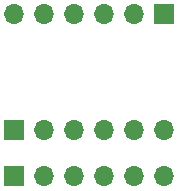
<source format=gbr>
%TF.GenerationSoftware,KiCad,Pcbnew,(5.1.8)-1*%
%TF.CreationDate,2021-08-20T02:01:50-04:00*%
%TF.ProjectId,motor_test,6d6f746f-725f-4746-9573-742e6b696361,rev?*%
%TF.SameCoordinates,Original*%
%TF.FileFunction,Soldermask,Bot*%
%TF.FilePolarity,Negative*%
%FSLAX46Y46*%
G04 Gerber Fmt 4.6, Leading zero omitted, Abs format (unit mm)*
G04 Created by KiCad (PCBNEW (5.1.8)-1) date 2021-08-20 02:01:50*
%MOMM*%
%LPD*%
G01*
G04 APERTURE LIST*
%ADD10O,1.700000X1.700000*%
%ADD11R,1.700000X1.700000*%
G04 APERTURE END LIST*
D10*
%TO.C,J4*%
X142480000Y-94360000D03*
X139940000Y-94360000D03*
X137400000Y-94360000D03*
X134860000Y-94360000D03*
X132320000Y-94360000D03*
D11*
X129780000Y-94360000D03*
%TD*%
D10*
%TO.C,J3*%
X142480000Y-90460000D03*
X139940000Y-90460000D03*
X137400000Y-90460000D03*
X134860000Y-90460000D03*
X132320000Y-90460000D03*
D11*
X129780000Y-90460000D03*
%TD*%
D10*
%TO.C,J1*%
X129780000Y-80650000D03*
X132320000Y-80650000D03*
X134860000Y-80650000D03*
X137400000Y-80650000D03*
X139940000Y-80650000D03*
D11*
X142480000Y-80650000D03*
%TD*%
M02*

</source>
